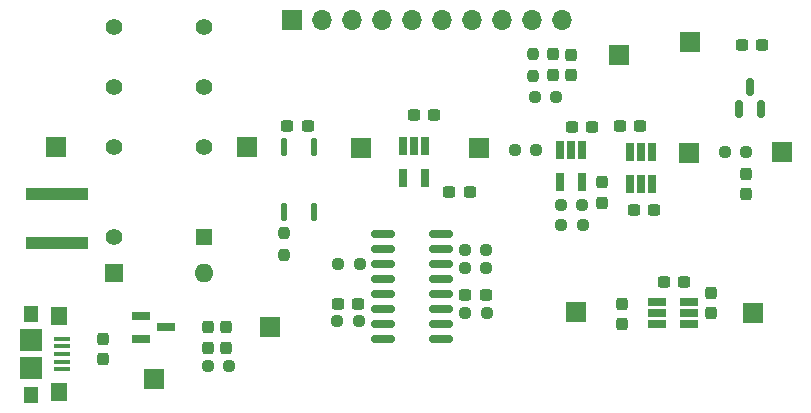
<source format=gts>
%TF.GenerationSoftware,KiCad,Pcbnew,(6.0.7)*%
%TF.CreationDate,2023-02-28T16:34:10-05:00*%
%TF.ProjectId,Front_EndDesign3,46726f6e-745f-4456-9e64-44657369676e,rev?*%
%TF.SameCoordinates,Original*%
%TF.FileFunction,Soldermask,Top*%
%TF.FilePolarity,Negative*%
%FSLAX46Y46*%
G04 Gerber Fmt 4.6, Leading zero omitted, Abs format (unit mm)*
G04 Created by KiCad (PCBNEW (6.0.7)) date 2023-02-28 16:34:10*
%MOMM*%
%LPD*%
G01*
G04 APERTURE LIST*
G04 Aperture macros list*
%AMRoundRect*
0 Rectangle with rounded corners*
0 $1 Rounding radius*
0 $2 $3 $4 $5 $6 $7 $8 $9 X,Y pos of 4 corners*
0 Add a 4 corners polygon primitive as box body*
4,1,4,$2,$3,$4,$5,$6,$7,$8,$9,$2,$3,0*
0 Add four circle primitives for the rounded corners*
1,1,$1+$1,$2,$3*
1,1,$1+$1,$4,$5*
1,1,$1+$1,$6,$7*
1,1,$1+$1,$8,$9*
0 Add four rect primitives between the rounded corners*
20,1,$1+$1,$2,$3,$4,$5,0*
20,1,$1+$1,$4,$5,$6,$7,0*
20,1,$1+$1,$6,$7,$8,$9,0*
20,1,$1+$1,$8,$9,$2,$3,0*%
G04 Aperture macros list end*
%ADD10RoundRect,0.237500X-0.300000X-0.237500X0.300000X-0.237500X0.300000X0.237500X-0.300000X0.237500X0*%
%ADD11RoundRect,0.137500X0.137500X-0.587500X0.137500X0.587500X-0.137500X0.587500X-0.137500X-0.587500X0*%
%ADD12RoundRect,0.237500X-0.250000X-0.237500X0.250000X-0.237500X0.250000X0.237500X-0.250000X0.237500X0*%
%ADD13RoundRect,0.237500X-0.237500X0.300000X-0.237500X-0.300000X0.237500X-0.300000X0.237500X0.300000X0*%
%ADD14R,1.700000X1.700000*%
%ADD15R,0.650000X1.560000*%
%ADD16RoundRect,0.237500X0.300000X0.237500X-0.300000X0.237500X-0.300000X-0.237500X0.300000X-0.237500X0*%
%ADD17R,5.207000X1.066800*%
%ADD18RoundRect,0.237500X0.237500X-0.300000X0.237500X0.300000X-0.237500X0.300000X-0.237500X-0.300000X0*%
%ADD19R,1.560000X0.650000*%
%ADD20RoundRect,0.150000X0.150000X-0.587500X0.150000X0.587500X-0.150000X0.587500X-0.150000X-0.587500X0*%
%ADD21R,1.400000X1.400000*%
%ADD22C,1.400000*%
%ADD23R,1.600000X1.600000*%
%ADD24O,1.600000X1.600000*%
%ADD25RoundRect,0.237500X0.237500X-0.250000X0.237500X0.250000X-0.237500X0.250000X-0.237500X-0.250000X0*%
%ADD26RoundRect,0.237500X-0.237500X0.287500X-0.237500X-0.287500X0.237500X-0.287500X0.237500X0.287500X0*%
%ADD27RoundRect,0.237500X0.250000X0.237500X-0.250000X0.237500X-0.250000X-0.237500X0.250000X-0.237500X0*%
%ADD28RoundRect,0.070000X-0.650000X-0.300000X0.650000X-0.300000X0.650000X0.300000X-0.650000X0.300000X0*%
%ADD29RoundRect,0.237500X-0.237500X0.250000X-0.237500X-0.250000X0.237500X-0.250000X0.237500X0.250000X0*%
%ADD30R,1.350000X0.400000*%
%ADD31R,1.400000X1.600000*%
%ADD32R,1.300000X1.450000*%
%ADD33R,1.900000X1.900000*%
%ADD34O,1.700000X1.700000*%
%ADD35RoundRect,0.150000X0.825000X0.150000X-0.825000X0.150000X-0.825000X-0.150000X0.825000X-0.150000X0*%
G04 APERTURE END LIST*
D10*
%TO.C,C12*%
X92763000Y-78740000D03*
X94488000Y-78740000D03*
%TD*%
D11*
%TO.C,U2*%
X78740000Y-80474000D03*
X81280000Y-80474000D03*
X81280000Y-74974000D03*
X78740000Y-74974000D03*
%TD*%
D12*
%TO.C,R7*%
X94063500Y-85165000D03*
X95888500Y-85165000D03*
%TD*%
D13*
%TO.C,C10*%
X73817000Y-90223500D03*
X73817000Y-91948500D03*
%TD*%
D14*
%TO.C,J7*%
X95270000Y-75050000D03*
%TD*%
D12*
%TO.C,R13*%
X98298000Y-75184000D03*
X100123000Y-75184000D03*
%TD*%
D15*
%TO.C,U6*%
X109954000Y-75380000D03*
X109004000Y-75380000D03*
X108054000Y-75380000D03*
X108054000Y-78080000D03*
X109004000Y-78080000D03*
X109954000Y-78080000D03*
%TD*%
D16*
%TO.C,C15*%
X112662500Y-86400000D03*
X110937500Y-86400000D03*
%TD*%
D14*
%TO.C,J4*%
X67715000Y-94586000D03*
%TD*%
D17*
%TO.C,GD1*%
X59500000Y-78959800D03*
X59500000Y-83100000D03*
%TD*%
D14*
%TO.C,J8*%
X103500000Y-88900000D03*
%TD*%
D18*
%TO.C,c16*%
X105686500Y-79680500D03*
X105686500Y-77955500D03*
%TD*%
D12*
%TO.C,R17*%
X116078000Y-75420000D03*
X117903000Y-75420000D03*
%TD*%
D10*
%TO.C,C7*%
X79047000Y-73152000D03*
X80772000Y-73152000D03*
%TD*%
D12*
%TO.C,R16*%
X102187500Y-79900000D03*
X104012500Y-79900000D03*
%TD*%
D19*
%TO.C,U4*%
X113050000Y-89950000D03*
X113050000Y-89000000D03*
X113050000Y-88050000D03*
X110350000Y-88050000D03*
X110350000Y-89000000D03*
X110350000Y-89950000D03*
%TD*%
D16*
%TO.C,C11*%
X91462500Y-72250000D03*
X89737500Y-72250000D03*
%TD*%
D20*
%TO.C,D1*%
X117250000Y-71737500D03*
X119150000Y-71737500D03*
X118200000Y-69862500D03*
%TD*%
D21*
%TO.C,K1*%
X72012500Y-82607500D03*
D22*
X72012500Y-74987500D03*
X72012500Y-69907500D03*
X72012500Y-64827500D03*
X64392500Y-64827500D03*
X64392500Y-69907500D03*
X64392500Y-74987500D03*
X64392500Y-82607500D03*
%TD*%
D23*
%TO.C,D2*%
X64400000Y-85600000D03*
D24*
X72020000Y-85600000D03*
%TD*%
D10*
%TO.C,C22*%
X117537500Y-66300000D03*
X119262500Y-66300000D03*
%TD*%
D18*
%TO.C,C14*%
X107400000Y-89962500D03*
X107400000Y-88237500D03*
%TD*%
D13*
%TO.C,C21*%
X117856000Y-77216000D03*
X117856000Y-78941000D03*
%TD*%
D18*
%TO.C,C18*%
X114900000Y-89025000D03*
X114900000Y-87300000D03*
%TD*%
D13*
%TO.C,C5*%
X63397000Y-91183500D03*
X63397000Y-92908500D03*
%TD*%
D18*
%TO.C,C13*%
X103100000Y-68862500D03*
X103100000Y-67137500D03*
%TD*%
D12*
%TO.C,R6*%
X72314500Y-93526000D03*
X74139500Y-93526000D03*
%TD*%
D14*
%TO.C,J12*%
X113030000Y-75438000D03*
%TD*%
D25*
%TO.C,R8*%
X99800000Y-68912500D03*
X99800000Y-67087500D03*
%TD*%
D15*
%TO.C,U5*%
X103996500Y-75194000D03*
X103046500Y-75194000D03*
X102096500Y-75194000D03*
X102096500Y-77894000D03*
X103996500Y-77894000D03*
%TD*%
D26*
%TO.C,L1*%
X101500000Y-67125000D03*
X101500000Y-68875000D03*
%TD*%
D12*
%TO.C,R15*%
X102211500Y-81534000D03*
X104036500Y-81534000D03*
%TD*%
D27*
%TO.C,R12*%
X85112500Y-89729000D03*
X83287500Y-89729000D03*
%TD*%
D28*
%TO.C,Q1*%
X66677000Y-89276000D03*
X66677000Y-91176000D03*
X68777000Y-90226000D03*
%TD*%
D27*
%TO.C,R14*%
X101812500Y-70700000D03*
X99987500Y-70700000D03*
%TD*%
D29*
%TO.C,R5*%
X78740000Y-82249000D03*
X78740000Y-84074000D03*
%TD*%
D14*
%TO.C,J3*%
X75600000Y-75000000D03*
%TD*%
D30*
%TO.C,J2*%
X59975000Y-91200000D03*
X59975000Y-91850000D03*
X59975000Y-92500000D03*
X59975000Y-93150000D03*
X59975000Y-93800000D03*
D31*
X59750000Y-89300000D03*
D32*
X57300000Y-89075000D03*
D33*
X57300000Y-91300000D03*
X57300000Y-93700000D03*
D32*
X57300000Y-95925000D03*
D31*
X59750000Y-95700000D03*
%TD*%
D10*
%TO.C,c19*%
X108357500Y-80264000D03*
X110082500Y-80264000D03*
%TD*%
D27*
%TO.C,R10*%
X85178500Y-84865000D03*
X83353500Y-84865000D03*
%TD*%
D18*
%TO.C,C8*%
X72297000Y-91948500D03*
X72297000Y-90223500D03*
%TD*%
D15*
%TO.C,U3*%
X90720000Y-74890000D03*
X89770000Y-74890000D03*
X88820000Y-74890000D03*
X88820000Y-77590000D03*
X90720000Y-77590000D03*
%TD*%
D14*
%TO.C,J5*%
X85280000Y-75040000D03*
%TD*%
%TO.C,J1*%
X59436000Y-74970000D03*
%TD*%
D16*
%TO.C,C20*%
X108913000Y-73152000D03*
X107188000Y-73152000D03*
%TD*%
D14*
%TO.C,J11*%
X79475000Y-64200000D03*
D34*
X82015000Y-64200000D03*
X84555000Y-64200000D03*
X87095000Y-64200000D03*
X89635000Y-64200000D03*
X92175000Y-64200000D03*
X94715000Y-64200000D03*
X97255000Y-64200000D03*
X99795000Y-64200000D03*
X102335000Y-64200000D03*
%TD*%
D14*
%TO.C,J10*%
X118500000Y-89000000D03*
%TD*%
D12*
%TO.C,R11*%
X94063500Y-83655000D03*
X95888500Y-83655000D03*
%TD*%
D10*
%TO.C,C6*%
X94123500Y-87495000D03*
X95848500Y-87495000D03*
%TD*%
D14*
%TO.C,J14*%
X113100000Y-66100000D03*
%TD*%
%TO.C,J9*%
X107100000Y-67200000D03*
%TD*%
%TO.C,J6*%
X77567000Y-90236000D03*
%TD*%
D35*
%TO.C,U1*%
X92091000Y-91240000D03*
X92091000Y-89970000D03*
X92091000Y-88700000D03*
X92091000Y-87430000D03*
X92091000Y-86160000D03*
X92091000Y-84890000D03*
X92091000Y-83620000D03*
X92091000Y-82350000D03*
X87141000Y-82350000D03*
X87141000Y-83620000D03*
X87141000Y-84890000D03*
X87141000Y-86160000D03*
X87141000Y-87430000D03*
X87141000Y-88700000D03*
X87141000Y-89970000D03*
X87141000Y-91240000D03*
%TD*%
D14*
%TO.C,J13*%
X120904000Y-75420000D03*
%TD*%
D10*
%TO.C,C17*%
X103146500Y-73230000D03*
X104871500Y-73230000D03*
%TD*%
D12*
%TO.C,R9*%
X94083500Y-89005000D03*
X95908500Y-89005000D03*
%TD*%
D16*
%TO.C,C9*%
X85062500Y-88229000D03*
X83337500Y-88229000D03*
%TD*%
M02*

</source>
